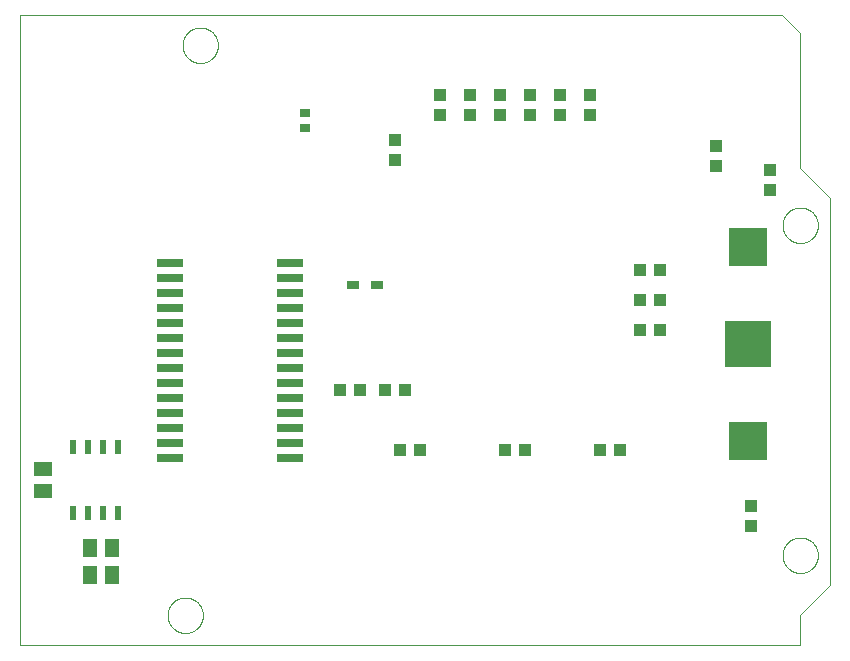
<source format=gbp>
G75*
%MOIN*%
%OFA0B0*%
%FSLAX25Y25*%
%IPPOS*%
%LPD*%
%AMOC8*
5,1,8,0,0,1.08239X$1,22.5*
%
%ADD10C,0.00000*%
%ADD11R,0.03543X0.02756*%
%ADD12R,0.03937X0.04331*%
%ADD13R,0.04331X0.03937*%
%ADD14R,0.05906X0.05118*%
%ADD15R,0.05118X0.05906*%
%ADD16R,0.15354X0.15354*%
%ADD17R,0.12598X0.12598*%
%ADD18R,0.02362X0.04724*%
%ADD19R,0.03937X0.03150*%
%ADD20R,0.09000X0.02500*%
D10*
X0005000Y0005000D02*
X0005000Y0215000D01*
X0259000Y0215000D01*
X0265000Y0209000D01*
X0265000Y0164000D01*
X0275000Y0154000D01*
X0275000Y0025000D01*
X0265000Y0015000D01*
X0265000Y0005000D01*
X0005000Y0005000D01*
X0054094Y0015000D02*
X0054096Y0015153D01*
X0054102Y0015307D01*
X0054112Y0015460D01*
X0054126Y0015612D01*
X0054144Y0015765D01*
X0054166Y0015916D01*
X0054191Y0016067D01*
X0054221Y0016218D01*
X0054255Y0016368D01*
X0054292Y0016516D01*
X0054333Y0016664D01*
X0054378Y0016810D01*
X0054427Y0016956D01*
X0054480Y0017100D01*
X0054536Y0017242D01*
X0054596Y0017383D01*
X0054660Y0017523D01*
X0054727Y0017661D01*
X0054798Y0017797D01*
X0054873Y0017931D01*
X0054950Y0018063D01*
X0055032Y0018193D01*
X0055116Y0018321D01*
X0055204Y0018447D01*
X0055295Y0018570D01*
X0055389Y0018691D01*
X0055487Y0018809D01*
X0055587Y0018925D01*
X0055691Y0019038D01*
X0055797Y0019149D01*
X0055906Y0019257D01*
X0056018Y0019362D01*
X0056132Y0019463D01*
X0056250Y0019562D01*
X0056369Y0019658D01*
X0056491Y0019751D01*
X0056616Y0019840D01*
X0056743Y0019927D01*
X0056872Y0020009D01*
X0057003Y0020089D01*
X0057136Y0020165D01*
X0057271Y0020238D01*
X0057408Y0020307D01*
X0057547Y0020372D01*
X0057687Y0020434D01*
X0057829Y0020492D01*
X0057972Y0020547D01*
X0058117Y0020598D01*
X0058263Y0020645D01*
X0058410Y0020688D01*
X0058558Y0020727D01*
X0058707Y0020763D01*
X0058857Y0020794D01*
X0059008Y0020822D01*
X0059159Y0020846D01*
X0059312Y0020866D01*
X0059464Y0020882D01*
X0059617Y0020894D01*
X0059770Y0020902D01*
X0059923Y0020906D01*
X0060077Y0020906D01*
X0060230Y0020902D01*
X0060383Y0020894D01*
X0060536Y0020882D01*
X0060688Y0020866D01*
X0060841Y0020846D01*
X0060992Y0020822D01*
X0061143Y0020794D01*
X0061293Y0020763D01*
X0061442Y0020727D01*
X0061590Y0020688D01*
X0061737Y0020645D01*
X0061883Y0020598D01*
X0062028Y0020547D01*
X0062171Y0020492D01*
X0062313Y0020434D01*
X0062453Y0020372D01*
X0062592Y0020307D01*
X0062729Y0020238D01*
X0062864Y0020165D01*
X0062997Y0020089D01*
X0063128Y0020009D01*
X0063257Y0019927D01*
X0063384Y0019840D01*
X0063509Y0019751D01*
X0063631Y0019658D01*
X0063750Y0019562D01*
X0063868Y0019463D01*
X0063982Y0019362D01*
X0064094Y0019257D01*
X0064203Y0019149D01*
X0064309Y0019038D01*
X0064413Y0018925D01*
X0064513Y0018809D01*
X0064611Y0018691D01*
X0064705Y0018570D01*
X0064796Y0018447D01*
X0064884Y0018321D01*
X0064968Y0018193D01*
X0065050Y0018063D01*
X0065127Y0017931D01*
X0065202Y0017797D01*
X0065273Y0017661D01*
X0065340Y0017523D01*
X0065404Y0017383D01*
X0065464Y0017242D01*
X0065520Y0017100D01*
X0065573Y0016956D01*
X0065622Y0016810D01*
X0065667Y0016664D01*
X0065708Y0016516D01*
X0065745Y0016368D01*
X0065779Y0016218D01*
X0065809Y0016067D01*
X0065834Y0015916D01*
X0065856Y0015765D01*
X0065874Y0015612D01*
X0065888Y0015460D01*
X0065898Y0015307D01*
X0065904Y0015153D01*
X0065906Y0015000D01*
X0065904Y0014847D01*
X0065898Y0014693D01*
X0065888Y0014540D01*
X0065874Y0014388D01*
X0065856Y0014235D01*
X0065834Y0014084D01*
X0065809Y0013933D01*
X0065779Y0013782D01*
X0065745Y0013632D01*
X0065708Y0013484D01*
X0065667Y0013336D01*
X0065622Y0013190D01*
X0065573Y0013044D01*
X0065520Y0012900D01*
X0065464Y0012758D01*
X0065404Y0012617D01*
X0065340Y0012477D01*
X0065273Y0012339D01*
X0065202Y0012203D01*
X0065127Y0012069D01*
X0065050Y0011937D01*
X0064968Y0011807D01*
X0064884Y0011679D01*
X0064796Y0011553D01*
X0064705Y0011430D01*
X0064611Y0011309D01*
X0064513Y0011191D01*
X0064413Y0011075D01*
X0064309Y0010962D01*
X0064203Y0010851D01*
X0064094Y0010743D01*
X0063982Y0010638D01*
X0063868Y0010537D01*
X0063750Y0010438D01*
X0063631Y0010342D01*
X0063509Y0010249D01*
X0063384Y0010160D01*
X0063257Y0010073D01*
X0063128Y0009991D01*
X0062997Y0009911D01*
X0062864Y0009835D01*
X0062729Y0009762D01*
X0062592Y0009693D01*
X0062453Y0009628D01*
X0062313Y0009566D01*
X0062171Y0009508D01*
X0062028Y0009453D01*
X0061883Y0009402D01*
X0061737Y0009355D01*
X0061590Y0009312D01*
X0061442Y0009273D01*
X0061293Y0009237D01*
X0061143Y0009206D01*
X0060992Y0009178D01*
X0060841Y0009154D01*
X0060688Y0009134D01*
X0060536Y0009118D01*
X0060383Y0009106D01*
X0060230Y0009098D01*
X0060077Y0009094D01*
X0059923Y0009094D01*
X0059770Y0009098D01*
X0059617Y0009106D01*
X0059464Y0009118D01*
X0059312Y0009134D01*
X0059159Y0009154D01*
X0059008Y0009178D01*
X0058857Y0009206D01*
X0058707Y0009237D01*
X0058558Y0009273D01*
X0058410Y0009312D01*
X0058263Y0009355D01*
X0058117Y0009402D01*
X0057972Y0009453D01*
X0057829Y0009508D01*
X0057687Y0009566D01*
X0057547Y0009628D01*
X0057408Y0009693D01*
X0057271Y0009762D01*
X0057136Y0009835D01*
X0057003Y0009911D01*
X0056872Y0009991D01*
X0056743Y0010073D01*
X0056616Y0010160D01*
X0056491Y0010249D01*
X0056369Y0010342D01*
X0056250Y0010438D01*
X0056132Y0010537D01*
X0056018Y0010638D01*
X0055906Y0010743D01*
X0055797Y0010851D01*
X0055691Y0010962D01*
X0055587Y0011075D01*
X0055487Y0011191D01*
X0055389Y0011309D01*
X0055295Y0011430D01*
X0055204Y0011553D01*
X0055116Y0011679D01*
X0055032Y0011807D01*
X0054950Y0011937D01*
X0054873Y0012069D01*
X0054798Y0012203D01*
X0054727Y0012339D01*
X0054660Y0012477D01*
X0054596Y0012617D01*
X0054536Y0012758D01*
X0054480Y0012900D01*
X0054427Y0013044D01*
X0054378Y0013190D01*
X0054333Y0013336D01*
X0054292Y0013484D01*
X0054255Y0013632D01*
X0054221Y0013782D01*
X0054191Y0013933D01*
X0054166Y0014084D01*
X0054144Y0014235D01*
X0054126Y0014388D01*
X0054112Y0014540D01*
X0054102Y0014693D01*
X0054096Y0014847D01*
X0054094Y0015000D01*
X0259094Y0035000D02*
X0259096Y0035153D01*
X0259102Y0035307D01*
X0259112Y0035460D01*
X0259126Y0035612D01*
X0259144Y0035765D01*
X0259166Y0035916D01*
X0259191Y0036067D01*
X0259221Y0036218D01*
X0259255Y0036368D01*
X0259292Y0036516D01*
X0259333Y0036664D01*
X0259378Y0036810D01*
X0259427Y0036956D01*
X0259480Y0037100D01*
X0259536Y0037242D01*
X0259596Y0037383D01*
X0259660Y0037523D01*
X0259727Y0037661D01*
X0259798Y0037797D01*
X0259873Y0037931D01*
X0259950Y0038063D01*
X0260032Y0038193D01*
X0260116Y0038321D01*
X0260204Y0038447D01*
X0260295Y0038570D01*
X0260389Y0038691D01*
X0260487Y0038809D01*
X0260587Y0038925D01*
X0260691Y0039038D01*
X0260797Y0039149D01*
X0260906Y0039257D01*
X0261018Y0039362D01*
X0261132Y0039463D01*
X0261250Y0039562D01*
X0261369Y0039658D01*
X0261491Y0039751D01*
X0261616Y0039840D01*
X0261743Y0039927D01*
X0261872Y0040009D01*
X0262003Y0040089D01*
X0262136Y0040165D01*
X0262271Y0040238D01*
X0262408Y0040307D01*
X0262547Y0040372D01*
X0262687Y0040434D01*
X0262829Y0040492D01*
X0262972Y0040547D01*
X0263117Y0040598D01*
X0263263Y0040645D01*
X0263410Y0040688D01*
X0263558Y0040727D01*
X0263707Y0040763D01*
X0263857Y0040794D01*
X0264008Y0040822D01*
X0264159Y0040846D01*
X0264312Y0040866D01*
X0264464Y0040882D01*
X0264617Y0040894D01*
X0264770Y0040902D01*
X0264923Y0040906D01*
X0265077Y0040906D01*
X0265230Y0040902D01*
X0265383Y0040894D01*
X0265536Y0040882D01*
X0265688Y0040866D01*
X0265841Y0040846D01*
X0265992Y0040822D01*
X0266143Y0040794D01*
X0266293Y0040763D01*
X0266442Y0040727D01*
X0266590Y0040688D01*
X0266737Y0040645D01*
X0266883Y0040598D01*
X0267028Y0040547D01*
X0267171Y0040492D01*
X0267313Y0040434D01*
X0267453Y0040372D01*
X0267592Y0040307D01*
X0267729Y0040238D01*
X0267864Y0040165D01*
X0267997Y0040089D01*
X0268128Y0040009D01*
X0268257Y0039927D01*
X0268384Y0039840D01*
X0268509Y0039751D01*
X0268631Y0039658D01*
X0268750Y0039562D01*
X0268868Y0039463D01*
X0268982Y0039362D01*
X0269094Y0039257D01*
X0269203Y0039149D01*
X0269309Y0039038D01*
X0269413Y0038925D01*
X0269513Y0038809D01*
X0269611Y0038691D01*
X0269705Y0038570D01*
X0269796Y0038447D01*
X0269884Y0038321D01*
X0269968Y0038193D01*
X0270050Y0038063D01*
X0270127Y0037931D01*
X0270202Y0037797D01*
X0270273Y0037661D01*
X0270340Y0037523D01*
X0270404Y0037383D01*
X0270464Y0037242D01*
X0270520Y0037100D01*
X0270573Y0036956D01*
X0270622Y0036810D01*
X0270667Y0036664D01*
X0270708Y0036516D01*
X0270745Y0036368D01*
X0270779Y0036218D01*
X0270809Y0036067D01*
X0270834Y0035916D01*
X0270856Y0035765D01*
X0270874Y0035612D01*
X0270888Y0035460D01*
X0270898Y0035307D01*
X0270904Y0035153D01*
X0270906Y0035000D01*
X0270904Y0034847D01*
X0270898Y0034693D01*
X0270888Y0034540D01*
X0270874Y0034388D01*
X0270856Y0034235D01*
X0270834Y0034084D01*
X0270809Y0033933D01*
X0270779Y0033782D01*
X0270745Y0033632D01*
X0270708Y0033484D01*
X0270667Y0033336D01*
X0270622Y0033190D01*
X0270573Y0033044D01*
X0270520Y0032900D01*
X0270464Y0032758D01*
X0270404Y0032617D01*
X0270340Y0032477D01*
X0270273Y0032339D01*
X0270202Y0032203D01*
X0270127Y0032069D01*
X0270050Y0031937D01*
X0269968Y0031807D01*
X0269884Y0031679D01*
X0269796Y0031553D01*
X0269705Y0031430D01*
X0269611Y0031309D01*
X0269513Y0031191D01*
X0269413Y0031075D01*
X0269309Y0030962D01*
X0269203Y0030851D01*
X0269094Y0030743D01*
X0268982Y0030638D01*
X0268868Y0030537D01*
X0268750Y0030438D01*
X0268631Y0030342D01*
X0268509Y0030249D01*
X0268384Y0030160D01*
X0268257Y0030073D01*
X0268128Y0029991D01*
X0267997Y0029911D01*
X0267864Y0029835D01*
X0267729Y0029762D01*
X0267592Y0029693D01*
X0267453Y0029628D01*
X0267313Y0029566D01*
X0267171Y0029508D01*
X0267028Y0029453D01*
X0266883Y0029402D01*
X0266737Y0029355D01*
X0266590Y0029312D01*
X0266442Y0029273D01*
X0266293Y0029237D01*
X0266143Y0029206D01*
X0265992Y0029178D01*
X0265841Y0029154D01*
X0265688Y0029134D01*
X0265536Y0029118D01*
X0265383Y0029106D01*
X0265230Y0029098D01*
X0265077Y0029094D01*
X0264923Y0029094D01*
X0264770Y0029098D01*
X0264617Y0029106D01*
X0264464Y0029118D01*
X0264312Y0029134D01*
X0264159Y0029154D01*
X0264008Y0029178D01*
X0263857Y0029206D01*
X0263707Y0029237D01*
X0263558Y0029273D01*
X0263410Y0029312D01*
X0263263Y0029355D01*
X0263117Y0029402D01*
X0262972Y0029453D01*
X0262829Y0029508D01*
X0262687Y0029566D01*
X0262547Y0029628D01*
X0262408Y0029693D01*
X0262271Y0029762D01*
X0262136Y0029835D01*
X0262003Y0029911D01*
X0261872Y0029991D01*
X0261743Y0030073D01*
X0261616Y0030160D01*
X0261491Y0030249D01*
X0261369Y0030342D01*
X0261250Y0030438D01*
X0261132Y0030537D01*
X0261018Y0030638D01*
X0260906Y0030743D01*
X0260797Y0030851D01*
X0260691Y0030962D01*
X0260587Y0031075D01*
X0260487Y0031191D01*
X0260389Y0031309D01*
X0260295Y0031430D01*
X0260204Y0031553D01*
X0260116Y0031679D01*
X0260032Y0031807D01*
X0259950Y0031937D01*
X0259873Y0032069D01*
X0259798Y0032203D01*
X0259727Y0032339D01*
X0259660Y0032477D01*
X0259596Y0032617D01*
X0259536Y0032758D01*
X0259480Y0032900D01*
X0259427Y0033044D01*
X0259378Y0033190D01*
X0259333Y0033336D01*
X0259292Y0033484D01*
X0259255Y0033632D01*
X0259221Y0033782D01*
X0259191Y0033933D01*
X0259166Y0034084D01*
X0259144Y0034235D01*
X0259126Y0034388D01*
X0259112Y0034540D01*
X0259102Y0034693D01*
X0259096Y0034847D01*
X0259094Y0035000D01*
X0259094Y0145000D02*
X0259096Y0145153D01*
X0259102Y0145307D01*
X0259112Y0145460D01*
X0259126Y0145612D01*
X0259144Y0145765D01*
X0259166Y0145916D01*
X0259191Y0146067D01*
X0259221Y0146218D01*
X0259255Y0146368D01*
X0259292Y0146516D01*
X0259333Y0146664D01*
X0259378Y0146810D01*
X0259427Y0146956D01*
X0259480Y0147100D01*
X0259536Y0147242D01*
X0259596Y0147383D01*
X0259660Y0147523D01*
X0259727Y0147661D01*
X0259798Y0147797D01*
X0259873Y0147931D01*
X0259950Y0148063D01*
X0260032Y0148193D01*
X0260116Y0148321D01*
X0260204Y0148447D01*
X0260295Y0148570D01*
X0260389Y0148691D01*
X0260487Y0148809D01*
X0260587Y0148925D01*
X0260691Y0149038D01*
X0260797Y0149149D01*
X0260906Y0149257D01*
X0261018Y0149362D01*
X0261132Y0149463D01*
X0261250Y0149562D01*
X0261369Y0149658D01*
X0261491Y0149751D01*
X0261616Y0149840D01*
X0261743Y0149927D01*
X0261872Y0150009D01*
X0262003Y0150089D01*
X0262136Y0150165D01*
X0262271Y0150238D01*
X0262408Y0150307D01*
X0262547Y0150372D01*
X0262687Y0150434D01*
X0262829Y0150492D01*
X0262972Y0150547D01*
X0263117Y0150598D01*
X0263263Y0150645D01*
X0263410Y0150688D01*
X0263558Y0150727D01*
X0263707Y0150763D01*
X0263857Y0150794D01*
X0264008Y0150822D01*
X0264159Y0150846D01*
X0264312Y0150866D01*
X0264464Y0150882D01*
X0264617Y0150894D01*
X0264770Y0150902D01*
X0264923Y0150906D01*
X0265077Y0150906D01*
X0265230Y0150902D01*
X0265383Y0150894D01*
X0265536Y0150882D01*
X0265688Y0150866D01*
X0265841Y0150846D01*
X0265992Y0150822D01*
X0266143Y0150794D01*
X0266293Y0150763D01*
X0266442Y0150727D01*
X0266590Y0150688D01*
X0266737Y0150645D01*
X0266883Y0150598D01*
X0267028Y0150547D01*
X0267171Y0150492D01*
X0267313Y0150434D01*
X0267453Y0150372D01*
X0267592Y0150307D01*
X0267729Y0150238D01*
X0267864Y0150165D01*
X0267997Y0150089D01*
X0268128Y0150009D01*
X0268257Y0149927D01*
X0268384Y0149840D01*
X0268509Y0149751D01*
X0268631Y0149658D01*
X0268750Y0149562D01*
X0268868Y0149463D01*
X0268982Y0149362D01*
X0269094Y0149257D01*
X0269203Y0149149D01*
X0269309Y0149038D01*
X0269413Y0148925D01*
X0269513Y0148809D01*
X0269611Y0148691D01*
X0269705Y0148570D01*
X0269796Y0148447D01*
X0269884Y0148321D01*
X0269968Y0148193D01*
X0270050Y0148063D01*
X0270127Y0147931D01*
X0270202Y0147797D01*
X0270273Y0147661D01*
X0270340Y0147523D01*
X0270404Y0147383D01*
X0270464Y0147242D01*
X0270520Y0147100D01*
X0270573Y0146956D01*
X0270622Y0146810D01*
X0270667Y0146664D01*
X0270708Y0146516D01*
X0270745Y0146368D01*
X0270779Y0146218D01*
X0270809Y0146067D01*
X0270834Y0145916D01*
X0270856Y0145765D01*
X0270874Y0145612D01*
X0270888Y0145460D01*
X0270898Y0145307D01*
X0270904Y0145153D01*
X0270906Y0145000D01*
X0270904Y0144847D01*
X0270898Y0144693D01*
X0270888Y0144540D01*
X0270874Y0144388D01*
X0270856Y0144235D01*
X0270834Y0144084D01*
X0270809Y0143933D01*
X0270779Y0143782D01*
X0270745Y0143632D01*
X0270708Y0143484D01*
X0270667Y0143336D01*
X0270622Y0143190D01*
X0270573Y0143044D01*
X0270520Y0142900D01*
X0270464Y0142758D01*
X0270404Y0142617D01*
X0270340Y0142477D01*
X0270273Y0142339D01*
X0270202Y0142203D01*
X0270127Y0142069D01*
X0270050Y0141937D01*
X0269968Y0141807D01*
X0269884Y0141679D01*
X0269796Y0141553D01*
X0269705Y0141430D01*
X0269611Y0141309D01*
X0269513Y0141191D01*
X0269413Y0141075D01*
X0269309Y0140962D01*
X0269203Y0140851D01*
X0269094Y0140743D01*
X0268982Y0140638D01*
X0268868Y0140537D01*
X0268750Y0140438D01*
X0268631Y0140342D01*
X0268509Y0140249D01*
X0268384Y0140160D01*
X0268257Y0140073D01*
X0268128Y0139991D01*
X0267997Y0139911D01*
X0267864Y0139835D01*
X0267729Y0139762D01*
X0267592Y0139693D01*
X0267453Y0139628D01*
X0267313Y0139566D01*
X0267171Y0139508D01*
X0267028Y0139453D01*
X0266883Y0139402D01*
X0266737Y0139355D01*
X0266590Y0139312D01*
X0266442Y0139273D01*
X0266293Y0139237D01*
X0266143Y0139206D01*
X0265992Y0139178D01*
X0265841Y0139154D01*
X0265688Y0139134D01*
X0265536Y0139118D01*
X0265383Y0139106D01*
X0265230Y0139098D01*
X0265077Y0139094D01*
X0264923Y0139094D01*
X0264770Y0139098D01*
X0264617Y0139106D01*
X0264464Y0139118D01*
X0264312Y0139134D01*
X0264159Y0139154D01*
X0264008Y0139178D01*
X0263857Y0139206D01*
X0263707Y0139237D01*
X0263558Y0139273D01*
X0263410Y0139312D01*
X0263263Y0139355D01*
X0263117Y0139402D01*
X0262972Y0139453D01*
X0262829Y0139508D01*
X0262687Y0139566D01*
X0262547Y0139628D01*
X0262408Y0139693D01*
X0262271Y0139762D01*
X0262136Y0139835D01*
X0262003Y0139911D01*
X0261872Y0139991D01*
X0261743Y0140073D01*
X0261616Y0140160D01*
X0261491Y0140249D01*
X0261369Y0140342D01*
X0261250Y0140438D01*
X0261132Y0140537D01*
X0261018Y0140638D01*
X0260906Y0140743D01*
X0260797Y0140851D01*
X0260691Y0140962D01*
X0260587Y0141075D01*
X0260487Y0141191D01*
X0260389Y0141309D01*
X0260295Y0141430D01*
X0260204Y0141553D01*
X0260116Y0141679D01*
X0260032Y0141807D01*
X0259950Y0141937D01*
X0259873Y0142069D01*
X0259798Y0142203D01*
X0259727Y0142339D01*
X0259660Y0142477D01*
X0259596Y0142617D01*
X0259536Y0142758D01*
X0259480Y0142900D01*
X0259427Y0143044D01*
X0259378Y0143190D01*
X0259333Y0143336D01*
X0259292Y0143484D01*
X0259255Y0143632D01*
X0259221Y0143782D01*
X0259191Y0143933D01*
X0259166Y0144084D01*
X0259144Y0144235D01*
X0259126Y0144388D01*
X0259112Y0144540D01*
X0259102Y0144693D01*
X0259096Y0144847D01*
X0259094Y0145000D01*
X0059094Y0205000D02*
X0059096Y0205153D01*
X0059102Y0205307D01*
X0059112Y0205460D01*
X0059126Y0205612D01*
X0059144Y0205765D01*
X0059166Y0205916D01*
X0059191Y0206067D01*
X0059221Y0206218D01*
X0059255Y0206368D01*
X0059292Y0206516D01*
X0059333Y0206664D01*
X0059378Y0206810D01*
X0059427Y0206956D01*
X0059480Y0207100D01*
X0059536Y0207242D01*
X0059596Y0207383D01*
X0059660Y0207523D01*
X0059727Y0207661D01*
X0059798Y0207797D01*
X0059873Y0207931D01*
X0059950Y0208063D01*
X0060032Y0208193D01*
X0060116Y0208321D01*
X0060204Y0208447D01*
X0060295Y0208570D01*
X0060389Y0208691D01*
X0060487Y0208809D01*
X0060587Y0208925D01*
X0060691Y0209038D01*
X0060797Y0209149D01*
X0060906Y0209257D01*
X0061018Y0209362D01*
X0061132Y0209463D01*
X0061250Y0209562D01*
X0061369Y0209658D01*
X0061491Y0209751D01*
X0061616Y0209840D01*
X0061743Y0209927D01*
X0061872Y0210009D01*
X0062003Y0210089D01*
X0062136Y0210165D01*
X0062271Y0210238D01*
X0062408Y0210307D01*
X0062547Y0210372D01*
X0062687Y0210434D01*
X0062829Y0210492D01*
X0062972Y0210547D01*
X0063117Y0210598D01*
X0063263Y0210645D01*
X0063410Y0210688D01*
X0063558Y0210727D01*
X0063707Y0210763D01*
X0063857Y0210794D01*
X0064008Y0210822D01*
X0064159Y0210846D01*
X0064312Y0210866D01*
X0064464Y0210882D01*
X0064617Y0210894D01*
X0064770Y0210902D01*
X0064923Y0210906D01*
X0065077Y0210906D01*
X0065230Y0210902D01*
X0065383Y0210894D01*
X0065536Y0210882D01*
X0065688Y0210866D01*
X0065841Y0210846D01*
X0065992Y0210822D01*
X0066143Y0210794D01*
X0066293Y0210763D01*
X0066442Y0210727D01*
X0066590Y0210688D01*
X0066737Y0210645D01*
X0066883Y0210598D01*
X0067028Y0210547D01*
X0067171Y0210492D01*
X0067313Y0210434D01*
X0067453Y0210372D01*
X0067592Y0210307D01*
X0067729Y0210238D01*
X0067864Y0210165D01*
X0067997Y0210089D01*
X0068128Y0210009D01*
X0068257Y0209927D01*
X0068384Y0209840D01*
X0068509Y0209751D01*
X0068631Y0209658D01*
X0068750Y0209562D01*
X0068868Y0209463D01*
X0068982Y0209362D01*
X0069094Y0209257D01*
X0069203Y0209149D01*
X0069309Y0209038D01*
X0069413Y0208925D01*
X0069513Y0208809D01*
X0069611Y0208691D01*
X0069705Y0208570D01*
X0069796Y0208447D01*
X0069884Y0208321D01*
X0069968Y0208193D01*
X0070050Y0208063D01*
X0070127Y0207931D01*
X0070202Y0207797D01*
X0070273Y0207661D01*
X0070340Y0207523D01*
X0070404Y0207383D01*
X0070464Y0207242D01*
X0070520Y0207100D01*
X0070573Y0206956D01*
X0070622Y0206810D01*
X0070667Y0206664D01*
X0070708Y0206516D01*
X0070745Y0206368D01*
X0070779Y0206218D01*
X0070809Y0206067D01*
X0070834Y0205916D01*
X0070856Y0205765D01*
X0070874Y0205612D01*
X0070888Y0205460D01*
X0070898Y0205307D01*
X0070904Y0205153D01*
X0070906Y0205000D01*
X0070904Y0204847D01*
X0070898Y0204693D01*
X0070888Y0204540D01*
X0070874Y0204388D01*
X0070856Y0204235D01*
X0070834Y0204084D01*
X0070809Y0203933D01*
X0070779Y0203782D01*
X0070745Y0203632D01*
X0070708Y0203484D01*
X0070667Y0203336D01*
X0070622Y0203190D01*
X0070573Y0203044D01*
X0070520Y0202900D01*
X0070464Y0202758D01*
X0070404Y0202617D01*
X0070340Y0202477D01*
X0070273Y0202339D01*
X0070202Y0202203D01*
X0070127Y0202069D01*
X0070050Y0201937D01*
X0069968Y0201807D01*
X0069884Y0201679D01*
X0069796Y0201553D01*
X0069705Y0201430D01*
X0069611Y0201309D01*
X0069513Y0201191D01*
X0069413Y0201075D01*
X0069309Y0200962D01*
X0069203Y0200851D01*
X0069094Y0200743D01*
X0068982Y0200638D01*
X0068868Y0200537D01*
X0068750Y0200438D01*
X0068631Y0200342D01*
X0068509Y0200249D01*
X0068384Y0200160D01*
X0068257Y0200073D01*
X0068128Y0199991D01*
X0067997Y0199911D01*
X0067864Y0199835D01*
X0067729Y0199762D01*
X0067592Y0199693D01*
X0067453Y0199628D01*
X0067313Y0199566D01*
X0067171Y0199508D01*
X0067028Y0199453D01*
X0066883Y0199402D01*
X0066737Y0199355D01*
X0066590Y0199312D01*
X0066442Y0199273D01*
X0066293Y0199237D01*
X0066143Y0199206D01*
X0065992Y0199178D01*
X0065841Y0199154D01*
X0065688Y0199134D01*
X0065536Y0199118D01*
X0065383Y0199106D01*
X0065230Y0199098D01*
X0065077Y0199094D01*
X0064923Y0199094D01*
X0064770Y0199098D01*
X0064617Y0199106D01*
X0064464Y0199118D01*
X0064312Y0199134D01*
X0064159Y0199154D01*
X0064008Y0199178D01*
X0063857Y0199206D01*
X0063707Y0199237D01*
X0063558Y0199273D01*
X0063410Y0199312D01*
X0063263Y0199355D01*
X0063117Y0199402D01*
X0062972Y0199453D01*
X0062829Y0199508D01*
X0062687Y0199566D01*
X0062547Y0199628D01*
X0062408Y0199693D01*
X0062271Y0199762D01*
X0062136Y0199835D01*
X0062003Y0199911D01*
X0061872Y0199991D01*
X0061743Y0200073D01*
X0061616Y0200160D01*
X0061491Y0200249D01*
X0061369Y0200342D01*
X0061250Y0200438D01*
X0061132Y0200537D01*
X0061018Y0200638D01*
X0060906Y0200743D01*
X0060797Y0200851D01*
X0060691Y0200962D01*
X0060587Y0201075D01*
X0060487Y0201191D01*
X0060389Y0201309D01*
X0060295Y0201430D01*
X0060204Y0201553D01*
X0060116Y0201679D01*
X0060032Y0201807D01*
X0059950Y0201937D01*
X0059873Y0202069D01*
X0059798Y0202203D01*
X0059727Y0202339D01*
X0059660Y0202477D01*
X0059596Y0202617D01*
X0059536Y0202758D01*
X0059480Y0202900D01*
X0059427Y0203044D01*
X0059378Y0203190D01*
X0059333Y0203336D01*
X0059292Y0203484D01*
X0059255Y0203632D01*
X0059221Y0203782D01*
X0059191Y0203933D01*
X0059166Y0204084D01*
X0059144Y0204235D01*
X0059126Y0204388D01*
X0059112Y0204540D01*
X0059102Y0204693D01*
X0059096Y0204847D01*
X0059094Y0205000D01*
D11*
X0100000Y0182559D03*
X0100000Y0177441D03*
D12*
X0111654Y0090000D03*
X0118346Y0090000D03*
X0126654Y0090000D03*
X0133346Y0090000D03*
X0131654Y0070000D03*
X0138346Y0070000D03*
X0166654Y0070000D03*
X0173346Y0070000D03*
X0198154Y0070000D03*
X0204846Y0070000D03*
X0211654Y0110000D03*
X0218346Y0110000D03*
X0218346Y0120000D03*
X0211654Y0120000D03*
X0211654Y0130000D03*
X0218346Y0130000D03*
D13*
X0255000Y0156654D03*
X0255000Y0163346D03*
X0237000Y0164654D03*
X0237000Y0171346D03*
X0195000Y0181654D03*
X0195000Y0188346D03*
X0185000Y0188346D03*
X0185000Y0181654D03*
X0175000Y0181654D03*
X0175000Y0188346D03*
X0165000Y0188346D03*
X0165000Y0181654D03*
X0155000Y0181654D03*
X0155000Y0188346D03*
X0145000Y0188346D03*
X0145000Y0181654D03*
X0130000Y0173346D03*
X0130000Y0166654D03*
X0248500Y0051346D03*
X0248500Y0044654D03*
D14*
X0012500Y0056260D03*
X0012500Y0063740D03*
D15*
X0028260Y0037500D03*
X0035740Y0037500D03*
X0035740Y0028500D03*
X0028260Y0028500D03*
D16*
X0247500Y0105500D03*
D17*
X0247500Y0073217D03*
X0247500Y0137783D03*
D18*
X0037500Y0071024D03*
X0032500Y0071024D03*
X0027500Y0071024D03*
X0022500Y0071024D03*
X0022500Y0048976D03*
X0027500Y0048976D03*
X0032500Y0048976D03*
X0037500Y0048976D03*
D19*
X0116063Y0125000D03*
X0123937Y0125000D03*
D20*
X0095000Y0122500D03*
X0095000Y0117500D03*
X0095000Y0112500D03*
X0095000Y0107500D03*
X0095000Y0102500D03*
X0095000Y0097500D03*
X0095000Y0092500D03*
X0095000Y0087500D03*
X0095000Y0082500D03*
X0095000Y0077500D03*
X0095000Y0072500D03*
X0095000Y0067500D03*
X0055000Y0067500D03*
X0055000Y0072500D03*
X0055000Y0077500D03*
X0055000Y0082500D03*
X0055000Y0087500D03*
X0055000Y0092500D03*
X0055000Y0097500D03*
X0055000Y0102500D03*
X0055000Y0107500D03*
X0055000Y0112500D03*
X0055000Y0117500D03*
X0055000Y0122500D03*
X0055000Y0127500D03*
X0055000Y0132500D03*
X0095000Y0132500D03*
X0095000Y0127500D03*
M02*

</source>
